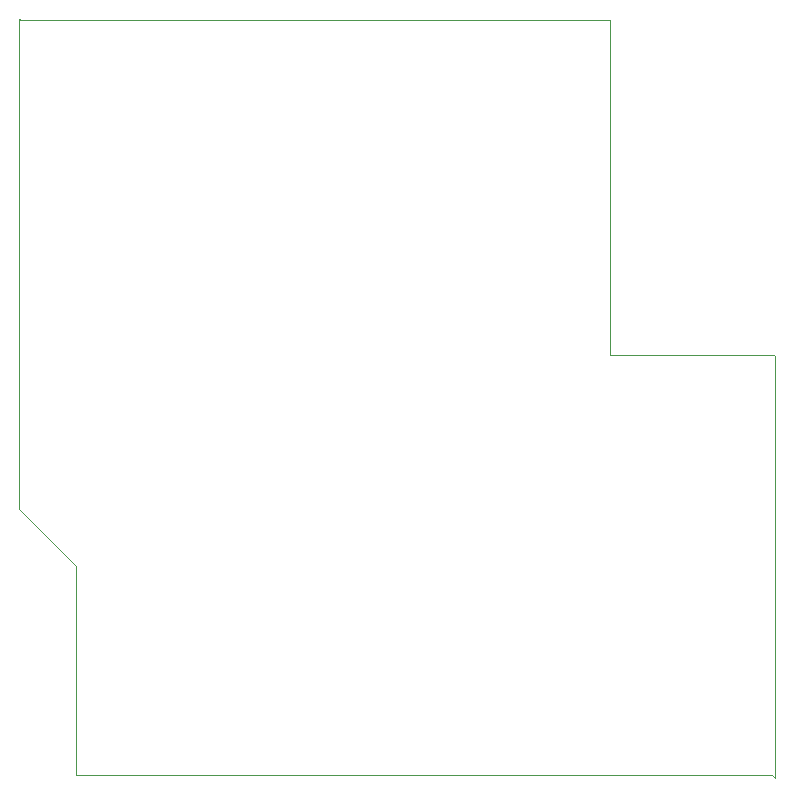
<source format=gbr>
%TF.GenerationSoftware,Altium Limited,Altium Designer,23.5.1 (21)*%
G04 Layer_Color=0*
%FSLAX45Y45*%
%MOMM*%
%TF.SameCoordinates,246B43F8-C8EE-452E-B3C0-F8779A116AF4*%
%TF.FilePolarity,Positive*%
%TF.FileFunction,Profile,NP*%
%TF.Part,Single*%
G01*
G75*
%TA.AperFunction,Profile*%
%ADD46C,0.02540*%
D46*
X495300Y12700D02*
Y1778000D01*
X12700Y2260600D01*
Y6413500D01*
X25400Y6400800D01*
X5016500D01*
Y3568700D01*
X6400800D01*
X6413500Y3556000D01*
Y-12700D01*
X6388100Y12700D01*
X495300D01*
%TF.MD5,c4118cb4e39f269e14254c17c9c06b16*%
M02*

</source>
